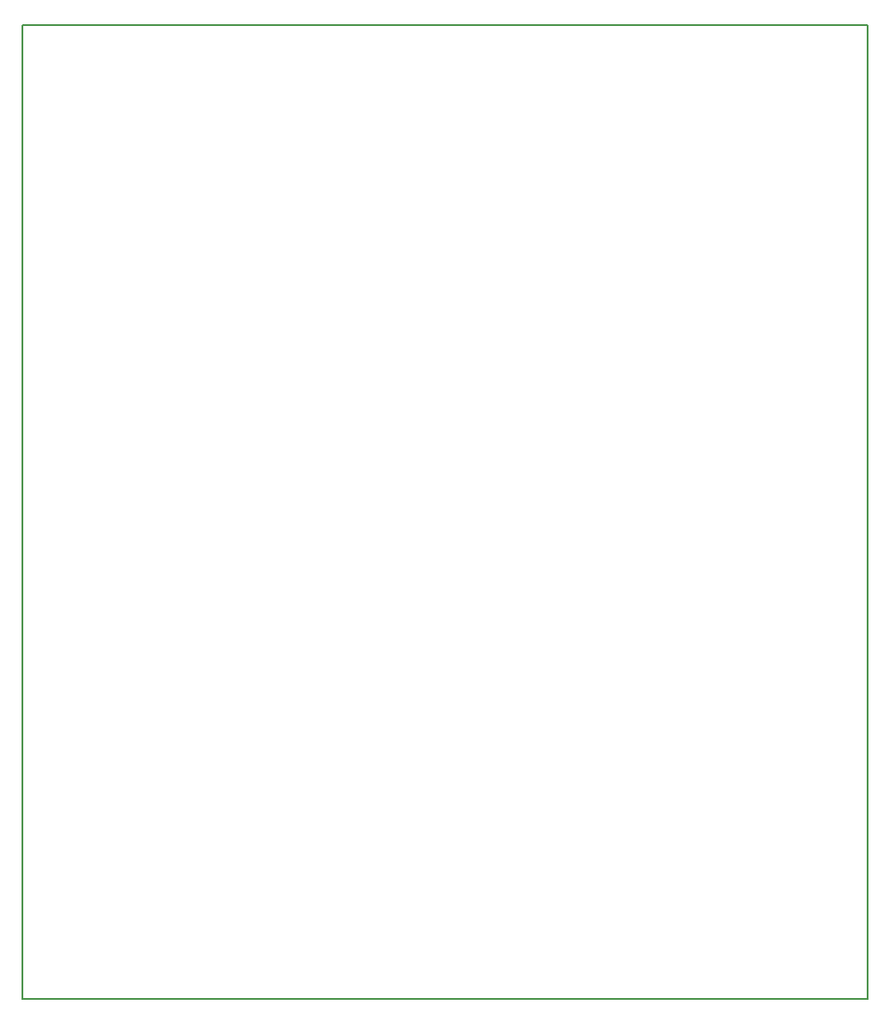
<source format=gbr>
G04 #@! TF.FileFunction,Profile,NP*
%FSLAX46Y46*%
G04 Gerber Fmt 4.6, Leading zero omitted, Abs format (unit mm)*
G04 Created by KiCad (PCBNEW 4.0.1-stable) date Sonntag, 31. Januar 2016 12:56:46*
%MOMM*%
G01*
G04 APERTURE LIST*
%ADD10C,0.100000*%
%ADD11C,0.150000*%
G04 APERTURE END LIST*
D10*
D11*
X80000000Y92000000D02*
X80000000Y80000000D01*
X0Y92000000D02*
X80000000Y92000000D01*
X0Y74000000D02*
X0Y92000000D01*
X0Y74000000D02*
X0Y70000000D01*
X0Y0D02*
X0Y70000000D01*
X17000000Y0D02*
X0Y0D01*
X18000000Y0D02*
X17000000Y0D01*
X80000000Y0D02*
X18000000Y0D01*
X80000000Y80000000D02*
X80000000Y0D01*
M02*

</source>
